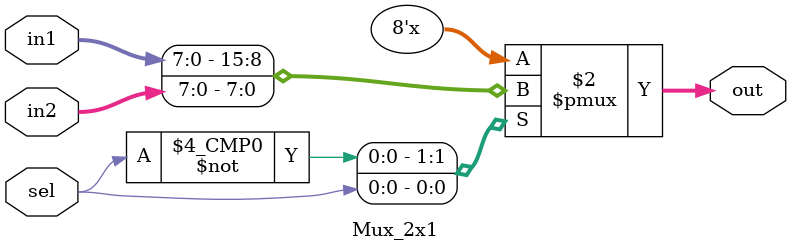
<source format=v>
module Mux_2x1 #(parameter N = 8)(
					input wire signed [N-1:0] in1,
					input wire signed [N-1:0] in2,
					input wire sel,
					output reg signed [N-1:0] out);
					
	always@(*)
	begin
		case(sel)
			1'b0: begin
				out = in1;
			end
			1'b1: begin
				out = in2;
			end
		endcase
	end			
endmodule
			
</source>
